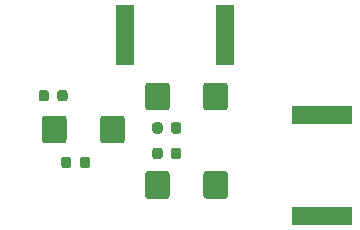
<source format=gbr>
%TF.GenerationSoftware,KiCad,Pcbnew,5.1.6-c6e7f7d~87~ubuntu18.04.1*%
%TF.CreationDate,2020-08-02T22:12:59+02:00*%
%TF.ProjectId,ad9834_eval,61643938-3334-45f6-9576-616c2e6b6963,rev?*%
%TF.SameCoordinates,Original*%
%TF.FileFunction,Paste,Bot*%
%TF.FilePolarity,Positive*%
%FSLAX46Y46*%
G04 Gerber Fmt 4.6, Leading zero omitted, Abs format (unit mm)*
G04 Created by KiCad (PCBNEW 5.1.6-c6e7f7d~87~ubuntu18.04.1) date 2020-08-02 22:12:59*
%MOMM*%
%LPD*%
G01*
G04 APERTURE LIST*
%ADD10R,1.500000X5.080000*%
%ADD11R,5.080000X1.500000*%
G04 APERTURE END LIST*
%TO.C,C4*%
G36*
G01*
X78861500Y-83822250D02*
X78861500Y-83309750D01*
G75*
G02*
X79080250Y-83091000I218750J0D01*
G01*
X79517750Y-83091000D01*
G75*
G02*
X79736500Y-83309750I0J-218750D01*
G01*
X79736500Y-83822250D01*
G75*
G02*
X79517750Y-84041000I-218750J0D01*
G01*
X79080250Y-84041000D01*
G75*
G02*
X78861500Y-83822250I0J218750D01*
G01*
G37*
G36*
G01*
X77286500Y-83822250D02*
X77286500Y-83309750D01*
G75*
G02*
X77505250Y-83091000I218750J0D01*
G01*
X77942750Y-83091000D01*
G75*
G02*
X78161500Y-83309750I0J-218750D01*
G01*
X78161500Y-83822250D01*
G75*
G02*
X77942750Y-84041000I-218750J0D01*
G01*
X77505250Y-84041000D01*
G75*
G02*
X77286500Y-83822250I0J218750D01*
G01*
G37*
%TD*%
D10*
%TO.C,J3*%
X82681500Y-72796400D03*
X91181500Y-72796400D03*
%TD*%
D11*
%TO.C,J2*%
X99377500Y-79570000D03*
X99377500Y-88070000D03*
%TD*%
%TO.C,C25*%
G36*
G01*
X89333100Y-86396000D02*
X89333100Y-84546000D01*
G75*
G02*
X89583100Y-84296000I250000J0D01*
G01*
X91158100Y-84296000D01*
G75*
G02*
X91408100Y-84546000I0J-250000D01*
G01*
X91408100Y-86396000D01*
G75*
G02*
X91158100Y-86646000I-250000J0D01*
G01*
X89583100Y-86646000D01*
G75*
G02*
X89333100Y-86396000I0J250000D01*
G01*
G37*
G36*
G01*
X84408100Y-86396000D02*
X84408100Y-84546000D01*
G75*
G02*
X84658100Y-84296000I250000J0D01*
G01*
X86233100Y-84296000D01*
G75*
G02*
X86483100Y-84546000I0J-250000D01*
G01*
X86483100Y-86396000D01*
G75*
G02*
X86233100Y-86646000I-250000J0D01*
G01*
X84658100Y-86646000D01*
G75*
G02*
X84408100Y-86396000I0J250000D01*
G01*
G37*
%TD*%
%TO.C,C24*%
G36*
G01*
X86583100Y-83060250D02*
X86583100Y-82547750D01*
G75*
G02*
X86801850Y-82329000I218750J0D01*
G01*
X87239350Y-82329000D01*
G75*
G02*
X87458100Y-82547750I0J-218750D01*
G01*
X87458100Y-83060250D01*
G75*
G02*
X87239350Y-83279000I-218750J0D01*
G01*
X86801850Y-83279000D01*
G75*
G02*
X86583100Y-83060250I0J218750D01*
G01*
G37*
G36*
G01*
X85008100Y-83060250D02*
X85008100Y-82547750D01*
G75*
G02*
X85226850Y-82329000I218750J0D01*
G01*
X85664350Y-82329000D01*
G75*
G02*
X85883100Y-82547750I0J-218750D01*
G01*
X85883100Y-83060250D01*
G75*
G02*
X85664350Y-83279000I-218750J0D01*
G01*
X85226850Y-83279000D01*
G75*
G02*
X85008100Y-83060250I0J218750D01*
G01*
G37*
%TD*%
%TO.C,C23*%
G36*
G01*
X80595500Y-81697000D02*
X80595500Y-79847000D01*
G75*
G02*
X80845500Y-79597000I250000J0D01*
G01*
X82420500Y-79597000D01*
G75*
G02*
X82670500Y-79847000I0J-250000D01*
G01*
X82670500Y-81697000D01*
G75*
G02*
X82420500Y-81947000I-250000J0D01*
G01*
X80845500Y-81947000D01*
G75*
G02*
X80595500Y-81697000I0J250000D01*
G01*
G37*
G36*
G01*
X75670500Y-81697000D02*
X75670500Y-79847000D01*
G75*
G02*
X75920500Y-79597000I250000J0D01*
G01*
X77495500Y-79597000D01*
G75*
G02*
X77745500Y-79847000I0J-250000D01*
G01*
X77745500Y-81697000D01*
G75*
G02*
X77495500Y-81947000I-250000J0D01*
G01*
X75920500Y-81947000D01*
G75*
G02*
X75670500Y-81697000I0J250000D01*
G01*
G37*
%TD*%
%TO.C,C22*%
G36*
G01*
X86583100Y-80901250D02*
X86583100Y-80388750D01*
G75*
G02*
X86801850Y-80170000I218750J0D01*
G01*
X87239350Y-80170000D01*
G75*
G02*
X87458100Y-80388750I0J-218750D01*
G01*
X87458100Y-80901250D01*
G75*
G02*
X87239350Y-81120000I-218750J0D01*
G01*
X86801850Y-81120000D01*
G75*
G02*
X86583100Y-80901250I0J218750D01*
G01*
G37*
G36*
G01*
X85008100Y-80901250D02*
X85008100Y-80388750D01*
G75*
G02*
X85226850Y-80170000I218750J0D01*
G01*
X85664350Y-80170000D01*
G75*
G02*
X85883100Y-80388750I0J-218750D01*
G01*
X85883100Y-80901250D01*
G75*
G02*
X85664350Y-81120000I-218750J0D01*
G01*
X85226850Y-81120000D01*
G75*
G02*
X85008100Y-80901250I0J218750D01*
G01*
G37*
%TD*%
%TO.C,C21*%
G36*
G01*
X89333100Y-78903000D02*
X89333100Y-77053000D01*
G75*
G02*
X89583100Y-76803000I250000J0D01*
G01*
X91158100Y-76803000D01*
G75*
G02*
X91408100Y-77053000I0J-250000D01*
G01*
X91408100Y-78903000D01*
G75*
G02*
X91158100Y-79153000I-250000J0D01*
G01*
X89583100Y-79153000D01*
G75*
G02*
X89333100Y-78903000I0J250000D01*
G01*
G37*
G36*
G01*
X84408100Y-78903000D02*
X84408100Y-77053000D01*
G75*
G02*
X84658100Y-76803000I250000J0D01*
G01*
X86233100Y-76803000D01*
G75*
G02*
X86483100Y-77053000I0J-250000D01*
G01*
X86483100Y-78903000D01*
G75*
G02*
X86233100Y-79153000I-250000J0D01*
G01*
X84658100Y-79153000D01*
G75*
G02*
X84408100Y-78903000I0J250000D01*
G01*
G37*
%TD*%
%TO.C,C20*%
G36*
G01*
X76956500Y-78170750D02*
X76956500Y-77658250D01*
G75*
G02*
X77175250Y-77439500I218750J0D01*
G01*
X77612750Y-77439500D01*
G75*
G02*
X77831500Y-77658250I0J-218750D01*
G01*
X77831500Y-78170750D01*
G75*
G02*
X77612750Y-78389500I-218750J0D01*
G01*
X77175250Y-78389500D01*
G75*
G02*
X76956500Y-78170750I0J218750D01*
G01*
G37*
G36*
G01*
X75381500Y-78170750D02*
X75381500Y-77658250D01*
G75*
G02*
X75600250Y-77439500I218750J0D01*
G01*
X76037750Y-77439500D01*
G75*
G02*
X76256500Y-77658250I0J-218750D01*
G01*
X76256500Y-78170750D01*
G75*
G02*
X76037750Y-78389500I-218750J0D01*
G01*
X75600250Y-78389500D01*
G75*
G02*
X75381500Y-78170750I0J218750D01*
G01*
G37*
%TD*%
M02*

</source>
